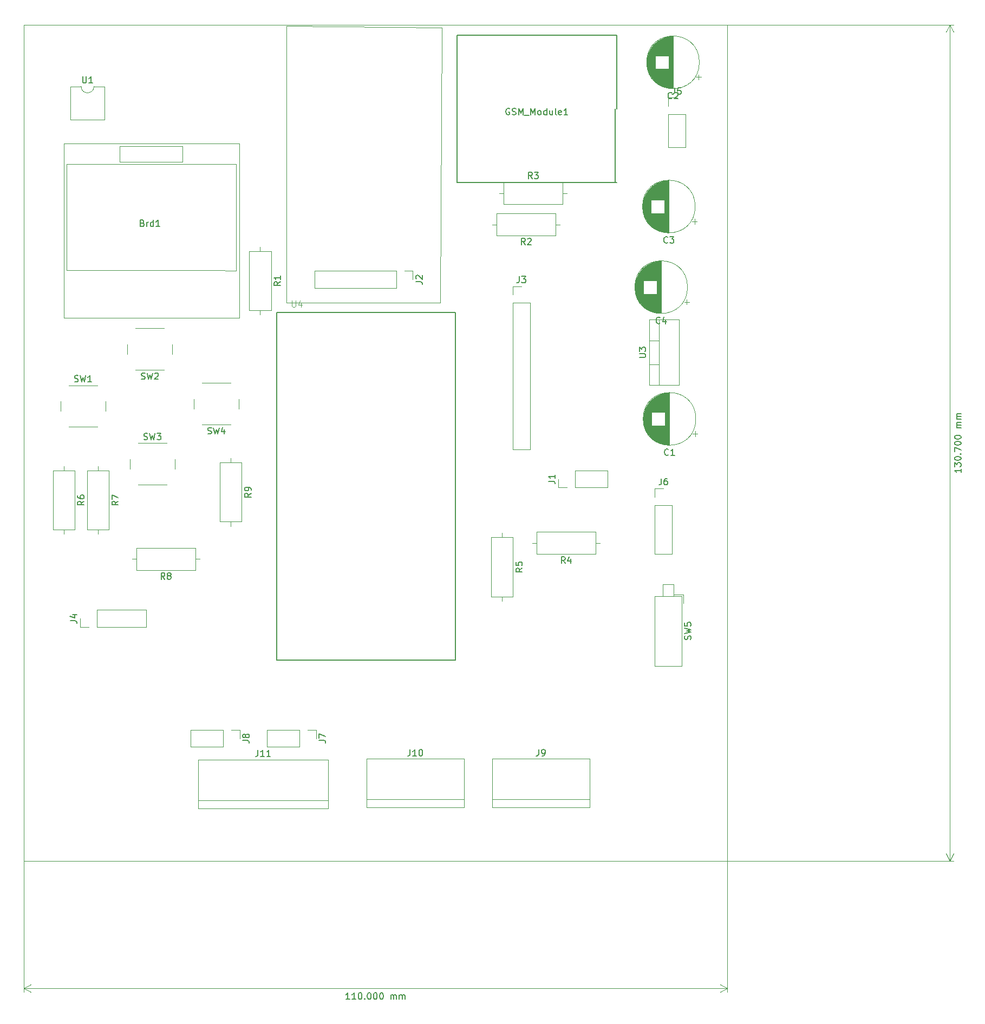
<source format=gbr>
G04 #@! TF.GenerationSoftware,KiCad,Pcbnew,(5.1.4)-1*
G04 #@! TF.CreationDate,2021-01-15T10:18:38-05:00*
G04 #@! TF.ProjectId,DATALITE,44415441-4c49-4544-952e-6b696361645f,rev?*
G04 #@! TF.SameCoordinates,Original*
G04 #@! TF.FileFunction,Legend,Top*
G04 #@! TF.FilePolarity,Positive*
%FSLAX46Y46*%
G04 Gerber Fmt 4.6, Leading zero omitted, Abs format (unit mm)*
G04 Created by KiCad (PCBNEW (5.1.4)-1) date 2021-01-15 10:18:38*
%MOMM*%
%LPD*%
G04 APERTURE LIST*
%ADD10C,0.120000*%
%ADD11C,0.150000*%
%ADD12C,0.127000*%
%ADD13C,0.015000*%
G04 APERTURE END LIST*
D10*
X41150000Y86550000D02*
X41150000Y129750000D01*
X65450000Y129550000D02*
X41150000Y129750000D01*
X65150000Y86550000D02*
X65450000Y129550000D01*
X41150000Y86550000D02*
X65150000Y86550000D01*
X50000Y-750000D02*
X50000Y129950000D01*
X110050000Y129950000D02*
X50000Y129950000D01*
X110050000Y129950000D02*
X110050000Y-750000D01*
D11*
X146572380Y60552380D02*
X146572380Y59980952D01*
X146572380Y60266666D02*
X145572380Y60266666D01*
X145715238Y60171428D01*
X145810476Y60076190D01*
X145858095Y59980952D01*
X145572380Y60885714D02*
X145572380Y61504761D01*
X145953333Y61171428D01*
X145953333Y61314285D01*
X146000952Y61409523D01*
X146048571Y61457142D01*
X146143809Y61504761D01*
X146381904Y61504761D01*
X146477142Y61457142D01*
X146524761Y61409523D01*
X146572380Y61314285D01*
X146572380Y61028571D01*
X146524761Y60933333D01*
X146477142Y60885714D01*
X145572380Y62123809D02*
X145572380Y62219047D01*
X145620000Y62314285D01*
X145667619Y62361904D01*
X145762857Y62409523D01*
X145953333Y62457142D01*
X146191428Y62457142D01*
X146381904Y62409523D01*
X146477142Y62361904D01*
X146524761Y62314285D01*
X146572380Y62219047D01*
X146572380Y62123809D01*
X146524761Y62028571D01*
X146477142Y61980952D01*
X146381904Y61933333D01*
X146191428Y61885714D01*
X145953333Y61885714D01*
X145762857Y61933333D01*
X145667619Y61980952D01*
X145620000Y62028571D01*
X145572380Y62123809D01*
X146477142Y62885714D02*
X146524761Y62933333D01*
X146572380Y62885714D01*
X146524761Y62838095D01*
X146477142Y62885714D01*
X146572380Y62885714D01*
X145572380Y63266666D02*
X145572380Y63933333D01*
X146572380Y63504761D01*
X145572380Y64504761D02*
X145572380Y64600000D01*
X145620000Y64695238D01*
X145667619Y64742857D01*
X145762857Y64790476D01*
X145953333Y64838095D01*
X146191428Y64838095D01*
X146381904Y64790476D01*
X146477142Y64742857D01*
X146524761Y64695238D01*
X146572380Y64600000D01*
X146572380Y64504761D01*
X146524761Y64409523D01*
X146477142Y64361904D01*
X146381904Y64314285D01*
X146191428Y64266666D01*
X145953333Y64266666D01*
X145762857Y64314285D01*
X145667619Y64361904D01*
X145620000Y64409523D01*
X145572380Y64504761D01*
X145572380Y65457142D02*
X145572380Y65552380D01*
X145620000Y65647619D01*
X145667619Y65695238D01*
X145762857Y65742857D01*
X145953333Y65790476D01*
X146191428Y65790476D01*
X146381904Y65742857D01*
X146477142Y65695238D01*
X146524761Y65647619D01*
X146572380Y65552380D01*
X146572380Y65457142D01*
X146524761Y65361904D01*
X146477142Y65314285D01*
X146381904Y65266666D01*
X146191428Y65219047D01*
X145953333Y65219047D01*
X145762857Y65266666D01*
X145667619Y65314285D01*
X145620000Y65361904D01*
X145572380Y65457142D01*
X146572380Y66980952D02*
X145905714Y66980952D01*
X146000952Y66980952D02*
X145953333Y67028571D01*
X145905714Y67123809D01*
X145905714Y67266666D01*
X145953333Y67361904D01*
X146048571Y67409523D01*
X146572380Y67409523D01*
X146048571Y67409523D02*
X145953333Y67457142D01*
X145905714Y67552380D01*
X145905714Y67695238D01*
X145953333Y67790476D01*
X146048571Y67838095D01*
X146572380Y67838095D01*
X146572380Y68314285D02*
X145905714Y68314285D01*
X146000952Y68314285D02*
X145953333Y68361904D01*
X145905714Y68457142D01*
X145905714Y68600000D01*
X145953333Y68695238D01*
X146048571Y68742857D01*
X146572380Y68742857D01*
X146048571Y68742857D02*
X145953333Y68790476D01*
X145905714Y68885714D01*
X145905714Y69028571D01*
X145953333Y69123809D01*
X146048571Y69171428D01*
X146572380Y69171428D01*
D10*
X144850000Y-750000D02*
X144850000Y129950000D01*
X110050000Y-750000D02*
X145436421Y-750000D01*
X110050000Y129950000D02*
X145436421Y129950000D01*
X144850000Y129950000D02*
X145436421Y128823496D01*
X144850000Y129950000D02*
X144263579Y128823496D01*
X144850000Y-750000D02*
X145436421Y376504D01*
X144850000Y-750000D02*
X144263579Y376504D01*
X50000Y-750000D02*
X110050000Y-750000D01*
D11*
X51002380Y-22372380D02*
X50430952Y-22372380D01*
X50716666Y-22372380D02*
X50716666Y-21372380D01*
X50621428Y-21515238D01*
X50526190Y-21610476D01*
X50430952Y-21658095D01*
X51954761Y-22372380D02*
X51383333Y-22372380D01*
X51669047Y-22372380D02*
X51669047Y-21372380D01*
X51573809Y-21515238D01*
X51478571Y-21610476D01*
X51383333Y-21658095D01*
X52573809Y-21372380D02*
X52669047Y-21372380D01*
X52764285Y-21420000D01*
X52811904Y-21467619D01*
X52859523Y-21562857D01*
X52907142Y-21753333D01*
X52907142Y-21991428D01*
X52859523Y-22181904D01*
X52811904Y-22277142D01*
X52764285Y-22324761D01*
X52669047Y-22372380D01*
X52573809Y-22372380D01*
X52478571Y-22324761D01*
X52430952Y-22277142D01*
X52383333Y-22181904D01*
X52335714Y-21991428D01*
X52335714Y-21753333D01*
X52383333Y-21562857D01*
X52430952Y-21467619D01*
X52478571Y-21420000D01*
X52573809Y-21372380D01*
X53335714Y-22277142D02*
X53383333Y-22324761D01*
X53335714Y-22372380D01*
X53288095Y-22324761D01*
X53335714Y-22277142D01*
X53335714Y-22372380D01*
X54002380Y-21372380D02*
X54097619Y-21372380D01*
X54192857Y-21420000D01*
X54240476Y-21467619D01*
X54288095Y-21562857D01*
X54335714Y-21753333D01*
X54335714Y-21991428D01*
X54288095Y-22181904D01*
X54240476Y-22277142D01*
X54192857Y-22324761D01*
X54097619Y-22372380D01*
X54002380Y-22372380D01*
X53907142Y-22324761D01*
X53859523Y-22277142D01*
X53811904Y-22181904D01*
X53764285Y-21991428D01*
X53764285Y-21753333D01*
X53811904Y-21562857D01*
X53859523Y-21467619D01*
X53907142Y-21420000D01*
X54002380Y-21372380D01*
X54954761Y-21372380D02*
X55049999Y-21372380D01*
X55145238Y-21420000D01*
X55192857Y-21467619D01*
X55240476Y-21562857D01*
X55288095Y-21753333D01*
X55288095Y-21991428D01*
X55240476Y-22181904D01*
X55192857Y-22277142D01*
X55145238Y-22324761D01*
X55049999Y-22372380D01*
X54954761Y-22372380D01*
X54859523Y-22324761D01*
X54811904Y-22277142D01*
X54764285Y-22181904D01*
X54716666Y-21991428D01*
X54716666Y-21753333D01*
X54764285Y-21562857D01*
X54811904Y-21467619D01*
X54859523Y-21420000D01*
X54954761Y-21372380D01*
X55907142Y-21372380D02*
X56002380Y-21372380D01*
X56097619Y-21420000D01*
X56145238Y-21467619D01*
X56192857Y-21562857D01*
X56240476Y-21753333D01*
X56240476Y-21991428D01*
X56192857Y-22181904D01*
X56145238Y-22277142D01*
X56097619Y-22324761D01*
X56002380Y-22372380D01*
X55907142Y-22372380D01*
X55811904Y-22324761D01*
X55764285Y-22277142D01*
X55716666Y-22181904D01*
X55669047Y-21991428D01*
X55669047Y-21753333D01*
X55716666Y-21562857D01*
X55764285Y-21467619D01*
X55811904Y-21420000D01*
X55907142Y-21372380D01*
X57430952Y-22372380D02*
X57430952Y-21705714D01*
X57430952Y-21800952D02*
X57478571Y-21753333D01*
X57573809Y-21705714D01*
X57716666Y-21705714D01*
X57811904Y-21753333D01*
X57859523Y-21848571D01*
X57859523Y-22372380D01*
X57859523Y-21848571D02*
X57907142Y-21753333D01*
X58002380Y-21705714D01*
X58145238Y-21705714D01*
X58240476Y-21753333D01*
X58288095Y-21848571D01*
X58288095Y-22372380D01*
X58764285Y-22372380D02*
X58764285Y-21705714D01*
X58764285Y-21800952D02*
X58811904Y-21753333D01*
X58907142Y-21705714D01*
X59050000Y-21705714D01*
X59145238Y-21753333D01*
X59192857Y-21848571D01*
X59192857Y-22372380D01*
X59192857Y-21848571D02*
X59240476Y-21753333D01*
X59335714Y-21705714D01*
X59478571Y-21705714D01*
X59573809Y-21753333D01*
X59621428Y-21848571D01*
X59621428Y-22372380D01*
D10*
X50000Y-20650000D02*
X110050000Y-20650000D01*
X50000Y-750000D02*
X50000Y-21236421D01*
X110050000Y-750000D02*
X110050000Y-21236421D01*
X110050000Y-20650000D02*
X108923496Y-21236421D01*
X110050000Y-20650000D02*
X108923496Y-20063579D01*
X50000Y-20650000D02*
X1176504Y-21236421D01*
X50000Y-20650000D02*
X1176504Y-20063579D01*
X27310000Y15060000D02*
X27310000Y7440000D01*
X47630000Y7440000D02*
X47630000Y15060000D01*
X47630000Y8710000D02*
X27310000Y8710000D01*
X27310000Y15060000D02*
X47630000Y15060000D01*
X27310000Y7440000D02*
X47630000Y7440000D01*
D12*
X39600000Y30600000D02*
X39600000Y85000000D01*
X39600000Y85000000D02*
X67500000Y85000000D01*
X67500000Y85000000D02*
X67500000Y30600000D01*
X67500000Y30600000D02*
X39600000Y30600000D01*
D10*
X105009698Y65635000D02*
X105009698Y66435000D01*
X105409698Y66035000D02*
X104609698Y66035000D01*
X96919000Y67817000D02*
X96919000Y68883000D01*
X96959000Y67582000D02*
X96959000Y69118000D01*
X96999000Y67402000D02*
X96999000Y69298000D01*
X97039000Y67252000D02*
X97039000Y69448000D01*
X97079000Y67121000D02*
X97079000Y69579000D01*
X97119000Y67004000D02*
X97119000Y69696000D01*
X97159000Y66897000D02*
X97159000Y69803000D01*
X97199000Y66798000D02*
X97199000Y69902000D01*
X97239000Y66705000D02*
X97239000Y69995000D01*
X97279000Y66619000D02*
X97279000Y70081000D01*
X97319000Y66537000D02*
X97319000Y70163000D01*
X97359000Y66460000D02*
X97359000Y70240000D01*
X97399000Y66386000D02*
X97399000Y70314000D01*
X97439000Y66316000D02*
X97439000Y70384000D01*
X97479000Y66248000D02*
X97479000Y70452000D01*
X97519000Y66184000D02*
X97519000Y70516000D01*
X97559000Y66122000D02*
X97559000Y70578000D01*
X97599000Y66063000D02*
X97599000Y70637000D01*
X97639000Y66005000D02*
X97639000Y70695000D01*
X97679000Y65950000D02*
X97679000Y70750000D01*
X97719000Y65896000D02*
X97719000Y70804000D01*
X97759000Y65845000D02*
X97759000Y70855000D01*
X97799000Y65794000D02*
X97799000Y70906000D01*
X97839000Y65746000D02*
X97839000Y70954000D01*
X97879000Y65699000D02*
X97879000Y71001000D01*
X97919000Y65653000D02*
X97919000Y71047000D01*
X97959000Y65609000D02*
X97959000Y71091000D01*
X97999000Y65566000D02*
X97999000Y71134000D01*
X98039000Y65524000D02*
X98039000Y71176000D01*
X98079000Y65483000D02*
X98079000Y71217000D01*
X98119000Y65443000D02*
X98119000Y71257000D01*
X98159000Y65405000D02*
X98159000Y71295000D01*
X98199000Y65367000D02*
X98199000Y71333000D01*
X98239000Y69390000D02*
X98239000Y71369000D01*
X98239000Y65331000D02*
X98239000Y67310000D01*
X98279000Y69390000D02*
X98279000Y71405000D01*
X98279000Y65295000D02*
X98279000Y67310000D01*
X98319000Y69390000D02*
X98319000Y71440000D01*
X98319000Y65260000D02*
X98319000Y67310000D01*
X98359000Y69390000D02*
X98359000Y71474000D01*
X98359000Y65226000D02*
X98359000Y67310000D01*
X98399000Y69390000D02*
X98399000Y71506000D01*
X98399000Y65194000D02*
X98399000Y67310000D01*
X98439000Y69390000D02*
X98439000Y71539000D01*
X98439000Y65161000D02*
X98439000Y67310000D01*
X98479000Y69390000D02*
X98479000Y71570000D01*
X98479000Y65130000D02*
X98479000Y67310000D01*
X98519000Y69390000D02*
X98519000Y71600000D01*
X98519000Y65100000D02*
X98519000Y67310000D01*
X98559000Y69390000D02*
X98559000Y71630000D01*
X98559000Y65070000D02*
X98559000Y67310000D01*
X98599000Y69390000D02*
X98599000Y71659000D01*
X98599000Y65041000D02*
X98599000Y67310000D01*
X98639000Y69390000D02*
X98639000Y71688000D01*
X98639000Y65012000D02*
X98639000Y67310000D01*
X98679000Y69390000D02*
X98679000Y71715000D01*
X98679000Y64985000D02*
X98679000Y67310000D01*
X98719000Y69390000D02*
X98719000Y71742000D01*
X98719000Y64958000D02*
X98719000Y67310000D01*
X98759000Y69390000D02*
X98759000Y71768000D01*
X98759000Y64932000D02*
X98759000Y67310000D01*
X98799000Y69390000D02*
X98799000Y71794000D01*
X98799000Y64906000D02*
X98799000Y67310000D01*
X98839000Y69390000D02*
X98839000Y71819000D01*
X98839000Y64881000D02*
X98839000Y67310000D01*
X98879000Y69390000D02*
X98879000Y71843000D01*
X98879000Y64857000D02*
X98879000Y67310000D01*
X98919000Y69390000D02*
X98919000Y71867000D01*
X98919000Y64833000D02*
X98919000Y67310000D01*
X98959000Y69390000D02*
X98959000Y71890000D01*
X98959000Y64810000D02*
X98959000Y67310000D01*
X98999000Y69390000D02*
X98999000Y71912000D01*
X98999000Y64788000D02*
X98999000Y67310000D01*
X99039000Y69390000D02*
X99039000Y71934000D01*
X99039000Y64766000D02*
X99039000Y67310000D01*
X99079000Y69390000D02*
X99079000Y71956000D01*
X99079000Y64744000D02*
X99079000Y67310000D01*
X99119000Y69390000D02*
X99119000Y71977000D01*
X99119000Y64723000D02*
X99119000Y67310000D01*
X99159000Y69390000D02*
X99159000Y71997000D01*
X99159000Y64703000D02*
X99159000Y67310000D01*
X99199000Y69390000D02*
X99199000Y72016000D01*
X99199000Y64684000D02*
X99199000Y67310000D01*
X99239000Y69390000D02*
X99239000Y72036000D01*
X99239000Y64664000D02*
X99239000Y67310000D01*
X99279000Y69390000D02*
X99279000Y72054000D01*
X99279000Y64646000D02*
X99279000Y67310000D01*
X99319000Y69390000D02*
X99319000Y72072000D01*
X99319000Y64628000D02*
X99319000Y67310000D01*
X99359000Y69390000D02*
X99359000Y72090000D01*
X99359000Y64610000D02*
X99359000Y67310000D01*
X99399000Y69390000D02*
X99399000Y72107000D01*
X99399000Y64593000D02*
X99399000Y67310000D01*
X99439000Y69390000D02*
X99439000Y72124000D01*
X99439000Y64576000D02*
X99439000Y67310000D01*
X99479000Y69390000D02*
X99479000Y72140000D01*
X99479000Y64560000D02*
X99479000Y67310000D01*
X99519000Y69390000D02*
X99519000Y72155000D01*
X99519000Y64545000D02*
X99519000Y67310000D01*
X99559000Y69390000D02*
X99559000Y72171000D01*
X99559000Y64529000D02*
X99559000Y67310000D01*
X99599000Y69390000D02*
X99599000Y72185000D01*
X99599000Y64515000D02*
X99599000Y67310000D01*
X99639000Y69390000D02*
X99639000Y72200000D01*
X99639000Y64500000D02*
X99639000Y67310000D01*
X99679000Y69390000D02*
X99679000Y72213000D01*
X99679000Y64487000D02*
X99679000Y67310000D01*
X99719000Y69390000D02*
X99719000Y72227000D01*
X99719000Y64473000D02*
X99719000Y67310000D01*
X99759000Y69390000D02*
X99759000Y72239000D01*
X99759000Y64461000D02*
X99759000Y67310000D01*
X99799000Y69390000D02*
X99799000Y72252000D01*
X99799000Y64448000D02*
X99799000Y67310000D01*
X99839000Y69390000D02*
X99839000Y72264000D01*
X99839000Y64436000D02*
X99839000Y67310000D01*
X99879000Y69390000D02*
X99879000Y72275000D01*
X99879000Y64425000D02*
X99879000Y67310000D01*
X99919000Y69390000D02*
X99919000Y72286000D01*
X99919000Y64414000D02*
X99919000Y67310000D01*
X99959000Y69390000D02*
X99959000Y72297000D01*
X99959000Y64403000D02*
X99959000Y67310000D01*
X99999000Y69390000D02*
X99999000Y72307000D01*
X99999000Y64393000D02*
X99999000Y67310000D01*
X100039000Y69390000D02*
X100039000Y72317000D01*
X100039000Y64383000D02*
X100039000Y67310000D01*
X100079000Y69390000D02*
X100079000Y72326000D01*
X100079000Y64374000D02*
X100079000Y67310000D01*
X100119000Y69390000D02*
X100119000Y72335000D01*
X100119000Y64365000D02*
X100119000Y67310000D01*
X100159000Y69390000D02*
X100159000Y72344000D01*
X100159000Y64356000D02*
X100159000Y67310000D01*
X100199000Y69390000D02*
X100199000Y72352000D01*
X100199000Y64348000D02*
X100199000Y67310000D01*
X100239000Y69390000D02*
X100239000Y72360000D01*
X100239000Y64340000D02*
X100239000Y67310000D01*
X100279000Y69390000D02*
X100279000Y72367000D01*
X100279000Y64333000D02*
X100279000Y67310000D01*
X100320000Y64326000D02*
X100320000Y72374000D01*
X100360000Y64320000D02*
X100360000Y72380000D01*
X100400000Y64313000D02*
X100400000Y72387000D01*
X100440000Y64308000D02*
X100440000Y72392000D01*
X100480000Y64302000D02*
X100480000Y72398000D01*
X100520000Y64298000D02*
X100520000Y72402000D01*
X100560000Y64293000D02*
X100560000Y72407000D01*
X100600000Y64289000D02*
X100600000Y72411000D01*
X100640000Y64285000D02*
X100640000Y72415000D01*
X100680000Y64282000D02*
X100680000Y72418000D01*
X100720000Y64279000D02*
X100720000Y72421000D01*
X100760000Y64276000D02*
X100760000Y72424000D01*
X100800000Y64274000D02*
X100800000Y72426000D01*
X100840000Y64273000D02*
X100840000Y72427000D01*
X100880000Y64271000D02*
X100880000Y72429000D01*
X100920000Y64270000D02*
X100920000Y72430000D01*
X100960000Y64270000D02*
X100960000Y72430000D01*
X101000000Y64270000D02*
X101000000Y72430000D01*
X105120000Y68350000D02*
G75*
G03X105120000Y68350000I-4120000J0D01*
G01*
X105670000Y124100000D02*
G75*
G03X105670000Y124100000I-4120000J0D01*
G01*
X101550000Y120020000D02*
X101550000Y128180000D01*
X101510000Y120020000D02*
X101510000Y128180000D01*
X101470000Y120020000D02*
X101470000Y128180000D01*
X101430000Y120021000D02*
X101430000Y128179000D01*
X101390000Y120023000D02*
X101390000Y128177000D01*
X101350000Y120024000D02*
X101350000Y128176000D01*
X101310000Y120026000D02*
X101310000Y128174000D01*
X101270000Y120029000D02*
X101270000Y128171000D01*
X101230000Y120032000D02*
X101230000Y128168000D01*
X101190000Y120035000D02*
X101190000Y128165000D01*
X101150000Y120039000D02*
X101150000Y128161000D01*
X101110000Y120043000D02*
X101110000Y128157000D01*
X101070000Y120048000D02*
X101070000Y128152000D01*
X101030000Y120052000D02*
X101030000Y128148000D01*
X100990000Y120058000D02*
X100990000Y128142000D01*
X100950000Y120063000D02*
X100950000Y128137000D01*
X100910000Y120070000D02*
X100910000Y128130000D01*
X100870000Y120076000D02*
X100870000Y128124000D01*
X100829000Y120083000D02*
X100829000Y123060000D01*
X100829000Y125140000D02*
X100829000Y128117000D01*
X100789000Y120090000D02*
X100789000Y123060000D01*
X100789000Y125140000D02*
X100789000Y128110000D01*
X100749000Y120098000D02*
X100749000Y123060000D01*
X100749000Y125140000D02*
X100749000Y128102000D01*
X100709000Y120106000D02*
X100709000Y123060000D01*
X100709000Y125140000D02*
X100709000Y128094000D01*
X100669000Y120115000D02*
X100669000Y123060000D01*
X100669000Y125140000D02*
X100669000Y128085000D01*
X100629000Y120124000D02*
X100629000Y123060000D01*
X100629000Y125140000D02*
X100629000Y128076000D01*
X100589000Y120133000D02*
X100589000Y123060000D01*
X100589000Y125140000D02*
X100589000Y128067000D01*
X100549000Y120143000D02*
X100549000Y123060000D01*
X100549000Y125140000D02*
X100549000Y128057000D01*
X100509000Y120153000D02*
X100509000Y123060000D01*
X100509000Y125140000D02*
X100509000Y128047000D01*
X100469000Y120164000D02*
X100469000Y123060000D01*
X100469000Y125140000D02*
X100469000Y128036000D01*
X100429000Y120175000D02*
X100429000Y123060000D01*
X100429000Y125140000D02*
X100429000Y128025000D01*
X100389000Y120186000D02*
X100389000Y123060000D01*
X100389000Y125140000D02*
X100389000Y128014000D01*
X100349000Y120198000D02*
X100349000Y123060000D01*
X100349000Y125140000D02*
X100349000Y128002000D01*
X100309000Y120211000D02*
X100309000Y123060000D01*
X100309000Y125140000D02*
X100309000Y127989000D01*
X100269000Y120223000D02*
X100269000Y123060000D01*
X100269000Y125140000D02*
X100269000Y127977000D01*
X100229000Y120237000D02*
X100229000Y123060000D01*
X100229000Y125140000D02*
X100229000Y127963000D01*
X100189000Y120250000D02*
X100189000Y123060000D01*
X100189000Y125140000D02*
X100189000Y127950000D01*
X100149000Y120265000D02*
X100149000Y123060000D01*
X100149000Y125140000D02*
X100149000Y127935000D01*
X100109000Y120279000D02*
X100109000Y123060000D01*
X100109000Y125140000D02*
X100109000Y127921000D01*
X100069000Y120295000D02*
X100069000Y123060000D01*
X100069000Y125140000D02*
X100069000Y127905000D01*
X100029000Y120310000D02*
X100029000Y123060000D01*
X100029000Y125140000D02*
X100029000Y127890000D01*
X99989000Y120326000D02*
X99989000Y123060000D01*
X99989000Y125140000D02*
X99989000Y127874000D01*
X99949000Y120343000D02*
X99949000Y123060000D01*
X99949000Y125140000D02*
X99949000Y127857000D01*
X99909000Y120360000D02*
X99909000Y123060000D01*
X99909000Y125140000D02*
X99909000Y127840000D01*
X99869000Y120378000D02*
X99869000Y123060000D01*
X99869000Y125140000D02*
X99869000Y127822000D01*
X99829000Y120396000D02*
X99829000Y123060000D01*
X99829000Y125140000D02*
X99829000Y127804000D01*
X99789000Y120414000D02*
X99789000Y123060000D01*
X99789000Y125140000D02*
X99789000Y127786000D01*
X99749000Y120434000D02*
X99749000Y123060000D01*
X99749000Y125140000D02*
X99749000Y127766000D01*
X99709000Y120453000D02*
X99709000Y123060000D01*
X99709000Y125140000D02*
X99709000Y127747000D01*
X99669000Y120473000D02*
X99669000Y123060000D01*
X99669000Y125140000D02*
X99669000Y127727000D01*
X99629000Y120494000D02*
X99629000Y123060000D01*
X99629000Y125140000D02*
X99629000Y127706000D01*
X99589000Y120516000D02*
X99589000Y123060000D01*
X99589000Y125140000D02*
X99589000Y127684000D01*
X99549000Y120538000D02*
X99549000Y123060000D01*
X99549000Y125140000D02*
X99549000Y127662000D01*
X99509000Y120560000D02*
X99509000Y123060000D01*
X99509000Y125140000D02*
X99509000Y127640000D01*
X99469000Y120583000D02*
X99469000Y123060000D01*
X99469000Y125140000D02*
X99469000Y127617000D01*
X99429000Y120607000D02*
X99429000Y123060000D01*
X99429000Y125140000D02*
X99429000Y127593000D01*
X99389000Y120631000D02*
X99389000Y123060000D01*
X99389000Y125140000D02*
X99389000Y127569000D01*
X99349000Y120656000D02*
X99349000Y123060000D01*
X99349000Y125140000D02*
X99349000Y127544000D01*
X99309000Y120682000D02*
X99309000Y123060000D01*
X99309000Y125140000D02*
X99309000Y127518000D01*
X99269000Y120708000D02*
X99269000Y123060000D01*
X99269000Y125140000D02*
X99269000Y127492000D01*
X99229000Y120735000D02*
X99229000Y123060000D01*
X99229000Y125140000D02*
X99229000Y127465000D01*
X99189000Y120762000D02*
X99189000Y123060000D01*
X99189000Y125140000D02*
X99189000Y127438000D01*
X99149000Y120791000D02*
X99149000Y123060000D01*
X99149000Y125140000D02*
X99149000Y127409000D01*
X99109000Y120820000D02*
X99109000Y123060000D01*
X99109000Y125140000D02*
X99109000Y127380000D01*
X99069000Y120850000D02*
X99069000Y123060000D01*
X99069000Y125140000D02*
X99069000Y127350000D01*
X99029000Y120880000D02*
X99029000Y123060000D01*
X99029000Y125140000D02*
X99029000Y127320000D01*
X98989000Y120911000D02*
X98989000Y123060000D01*
X98989000Y125140000D02*
X98989000Y127289000D01*
X98949000Y120944000D02*
X98949000Y123060000D01*
X98949000Y125140000D02*
X98949000Y127256000D01*
X98909000Y120976000D02*
X98909000Y123060000D01*
X98909000Y125140000D02*
X98909000Y127224000D01*
X98869000Y121010000D02*
X98869000Y123060000D01*
X98869000Y125140000D02*
X98869000Y127190000D01*
X98829000Y121045000D02*
X98829000Y123060000D01*
X98829000Y125140000D02*
X98829000Y127155000D01*
X98789000Y121081000D02*
X98789000Y123060000D01*
X98789000Y125140000D02*
X98789000Y127119000D01*
X98749000Y121117000D02*
X98749000Y127083000D01*
X98709000Y121155000D02*
X98709000Y127045000D01*
X98669000Y121193000D02*
X98669000Y127007000D01*
X98629000Y121233000D02*
X98629000Y126967000D01*
X98589000Y121274000D02*
X98589000Y126926000D01*
X98549000Y121316000D02*
X98549000Y126884000D01*
X98509000Y121359000D02*
X98509000Y126841000D01*
X98469000Y121403000D02*
X98469000Y126797000D01*
X98429000Y121449000D02*
X98429000Y126751000D01*
X98389000Y121496000D02*
X98389000Y126704000D01*
X98349000Y121544000D02*
X98349000Y126656000D01*
X98309000Y121595000D02*
X98309000Y126605000D01*
X98269000Y121646000D02*
X98269000Y126554000D01*
X98229000Y121700000D02*
X98229000Y126500000D01*
X98189000Y121755000D02*
X98189000Y126445000D01*
X98149000Y121813000D02*
X98149000Y126387000D01*
X98109000Y121872000D02*
X98109000Y126328000D01*
X98069000Y121934000D02*
X98069000Y126266000D01*
X98029000Y121998000D02*
X98029000Y126202000D01*
X97989000Y122066000D02*
X97989000Y126134000D01*
X97949000Y122136000D02*
X97949000Y126064000D01*
X97909000Y122210000D02*
X97909000Y125990000D01*
X97869000Y122287000D02*
X97869000Y125913000D01*
X97829000Y122369000D02*
X97829000Y125831000D01*
X97789000Y122455000D02*
X97789000Y125745000D01*
X97749000Y122548000D02*
X97749000Y125652000D01*
X97709000Y122647000D02*
X97709000Y125553000D01*
X97669000Y122754000D02*
X97669000Y125446000D01*
X97629000Y122871000D02*
X97629000Y125329000D01*
X97589000Y123002000D02*
X97589000Y125198000D01*
X97549000Y123152000D02*
X97549000Y125048000D01*
X97509000Y123332000D02*
X97509000Y124868000D01*
X97469000Y123567000D02*
X97469000Y124633000D01*
X105959698Y121785000D02*
X105159698Y121785000D01*
X105559698Y121385000D02*
X105559698Y122185000D01*
X105020000Y101550000D02*
G75*
G03X105020000Y101550000I-4120000J0D01*
G01*
X100900000Y97470000D02*
X100900000Y105630000D01*
X100860000Y97470000D02*
X100860000Y105630000D01*
X100820000Y97470000D02*
X100820000Y105630000D01*
X100780000Y97471000D02*
X100780000Y105629000D01*
X100740000Y97473000D02*
X100740000Y105627000D01*
X100700000Y97474000D02*
X100700000Y105626000D01*
X100660000Y97476000D02*
X100660000Y105624000D01*
X100620000Y97479000D02*
X100620000Y105621000D01*
X100580000Y97482000D02*
X100580000Y105618000D01*
X100540000Y97485000D02*
X100540000Y105615000D01*
X100500000Y97489000D02*
X100500000Y105611000D01*
X100460000Y97493000D02*
X100460000Y105607000D01*
X100420000Y97498000D02*
X100420000Y105602000D01*
X100380000Y97502000D02*
X100380000Y105598000D01*
X100340000Y97508000D02*
X100340000Y105592000D01*
X100300000Y97513000D02*
X100300000Y105587000D01*
X100260000Y97520000D02*
X100260000Y105580000D01*
X100220000Y97526000D02*
X100220000Y105574000D01*
X100179000Y97533000D02*
X100179000Y100510000D01*
X100179000Y102590000D02*
X100179000Y105567000D01*
X100139000Y97540000D02*
X100139000Y100510000D01*
X100139000Y102590000D02*
X100139000Y105560000D01*
X100099000Y97548000D02*
X100099000Y100510000D01*
X100099000Y102590000D02*
X100099000Y105552000D01*
X100059000Y97556000D02*
X100059000Y100510000D01*
X100059000Y102590000D02*
X100059000Y105544000D01*
X100019000Y97565000D02*
X100019000Y100510000D01*
X100019000Y102590000D02*
X100019000Y105535000D01*
X99979000Y97574000D02*
X99979000Y100510000D01*
X99979000Y102590000D02*
X99979000Y105526000D01*
X99939000Y97583000D02*
X99939000Y100510000D01*
X99939000Y102590000D02*
X99939000Y105517000D01*
X99899000Y97593000D02*
X99899000Y100510000D01*
X99899000Y102590000D02*
X99899000Y105507000D01*
X99859000Y97603000D02*
X99859000Y100510000D01*
X99859000Y102590000D02*
X99859000Y105497000D01*
X99819000Y97614000D02*
X99819000Y100510000D01*
X99819000Y102590000D02*
X99819000Y105486000D01*
X99779000Y97625000D02*
X99779000Y100510000D01*
X99779000Y102590000D02*
X99779000Y105475000D01*
X99739000Y97636000D02*
X99739000Y100510000D01*
X99739000Y102590000D02*
X99739000Y105464000D01*
X99699000Y97648000D02*
X99699000Y100510000D01*
X99699000Y102590000D02*
X99699000Y105452000D01*
X99659000Y97661000D02*
X99659000Y100510000D01*
X99659000Y102590000D02*
X99659000Y105439000D01*
X99619000Y97673000D02*
X99619000Y100510000D01*
X99619000Y102590000D02*
X99619000Y105427000D01*
X99579000Y97687000D02*
X99579000Y100510000D01*
X99579000Y102590000D02*
X99579000Y105413000D01*
X99539000Y97700000D02*
X99539000Y100510000D01*
X99539000Y102590000D02*
X99539000Y105400000D01*
X99499000Y97715000D02*
X99499000Y100510000D01*
X99499000Y102590000D02*
X99499000Y105385000D01*
X99459000Y97729000D02*
X99459000Y100510000D01*
X99459000Y102590000D02*
X99459000Y105371000D01*
X99419000Y97745000D02*
X99419000Y100510000D01*
X99419000Y102590000D02*
X99419000Y105355000D01*
X99379000Y97760000D02*
X99379000Y100510000D01*
X99379000Y102590000D02*
X99379000Y105340000D01*
X99339000Y97776000D02*
X99339000Y100510000D01*
X99339000Y102590000D02*
X99339000Y105324000D01*
X99299000Y97793000D02*
X99299000Y100510000D01*
X99299000Y102590000D02*
X99299000Y105307000D01*
X99259000Y97810000D02*
X99259000Y100510000D01*
X99259000Y102590000D02*
X99259000Y105290000D01*
X99219000Y97828000D02*
X99219000Y100510000D01*
X99219000Y102590000D02*
X99219000Y105272000D01*
X99179000Y97846000D02*
X99179000Y100510000D01*
X99179000Y102590000D02*
X99179000Y105254000D01*
X99139000Y97864000D02*
X99139000Y100510000D01*
X99139000Y102590000D02*
X99139000Y105236000D01*
X99099000Y97884000D02*
X99099000Y100510000D01*
X99099000Y102590000D02*
X99099000Y105216000D01*
X99059000Y97903000D02*
X99059000Y100510000D01*
X99059000Y102590000D02*
X99059000Y105197000D01*
X99019000Y97923000D02*
X99019000Y100510000D01*
X99019000Y102590000D02*
X99019000Y105177000D01*
X98979000Y97944000D02*
X98979000Y100510000D01*
X98979000Y102590000D02*
X98979000Y105156000D01*
X98939000Y97966000D02*
X98939000Y100510000D01*
X98939000Y102590000D02*
X98939000Y105134000D01*
X98899000Y97988000D02*
X98899000Y100510000D01*
X98899000Y102590000D02*
X98899000Y105112000D01*
X98859000Y98010000D02*
X98859000Y100510000D01*
X98859000Y102590000D02*
X98859000Y105090000D01*
X98819000Y98033000D02*
X98819000Y100510000D01*
X98819000Y102590000D02*
X98819000Y105067000D01*
X98779000Y98057000D02*
X98779000Y100510000D01*
X98779000Y102590000D02*
X98779000Y105043000D01*
X98739000Y98081000D02*
X98739000Y100510000D01*
X98739000Y102590000D02*
X98739000Y105019000D01*
X98699000Y98106000D02*
X98699000Y100510000D01*
X98699000Y102590000D02*
X98699000Y104994000D01*
X98659000Y98132000D02*
X98659000Y100510000D01*
X98659000Y102590000D02*
X98659000Y104968000D01*
X98619000Y98158000D02*
X98619000Y100510000D01*
X98619000Y102590000D02*
X98619000Y104942000D01*
X98579000Y98185000D02*
X98579000Y100510000D01*
X98579000Y102590000D02*
X98579000Y104915000D01*
X98539000Y98212000D02*
X98539000Y100510000D01*
X98539000Y102590000D02*
X98539000Y104888000D01*
X98499000Y98241000D02*
X98499000Y100510000D01*
X98499000Y102590000D02*
X98499000Y104859000D01*
X98459000Y98270000D02*
X98459000Y100510000D01*
X98459000Y102590000D02*
X98459000Y104830000D01*
X98419000Y98300000D02*
X98419000Y100510000D01*
X98419000Y102590000D02*
X98419000Y104800000D01*
X98379000Y98330000D02*
X98379000Y100510000D01*
X98379000Y102590000D02*
X98379000Y104770000D01*
X98339000Y98361000D02*
X98339000Y100510000D01*
X98339000Y102590000D02*
X98339000Y104739000D01*
X98299000Y98394000D02*
X98299000Y100510000D01*
X98299000Y102590000D02*
X98299000Y104706000D01*
X98259000Y98426000D02*
X98259000Y100510000D01*
X98259000Y102590000D02*
X98259000Y104674000D01*
X98219000Y98460000D02*
X98219000Y100510000D01*
X98219000Y102590000D02*
X98219000Y104640000D01*
X98179000Y98495000D02*
X98179000Y100510000D01*
X98179000Y102590000D02*
X98179000Y104605000D01*
X98139000Y98531000D02*
X98139000Y100510000D01*
X98139000Y102590000D02*
X98139000Y104569000D01*
X98099000Y98567000D02*
X98099000Y104533000D01*
X98059000Y98605000D02*
X98059000Y104495000D01*
X98019000Y98643000D02*
X98019000Y104457000D01*
X97979000Y98683000D02*
X97979000Y104417000D01*
X97939000Y98724000D02*
X97939000Y104376000D01*
X97899000Y98766000D02*
X97899000Y104334000D01*
X97859000Y98809000D02*
X97859000Y104291000D01*
X97819000Y98853000D02*
X97819000Y104247000D01*
X97779000Y98899000D02*
X97779000Y104201000D01*
X97739000Y98946000D02*
X97739000Y104154000D01*
X97699000Y98994000D02*
X97699000Y104106000D01*
X97659000Y99045000D02*
X97659000Y104055000D01*
X97619000Y99096000D02*
X97619000Y104004000D01*
X97579000Y99150000D02*
X97579000Y103950000D01*
X97539000Y99205000D02*
X97539000Y103895000D01*
X97499000Y99263000D02*
X97499000Y103837000D01*
X97459000Y99322000D02*
X97459000Y103778000D01*
X97419000Y99384000D02*
X97419000Y103716000D01*
X97379000Y99448000D02*
X97379000Y103652000D01*
X97339000Y99516000D02*
X97339000Y103584000D01*
X97299000Y99586000D02*
X97299000Y103514000D01*
X97259000Y99660000D02*
X97259000Y103440000D01*
X97219000Y99737000D02*
X97219000Y103363000D01*
X97179000Y99819000D02*
X97179000Y103281000D01*
X97139000Y99905000D02*
X97139000Y103195000D01*
X97099000Y99998000D02*
X97099000Y103102000D01*
X97059000Y100097000D02*
X97059000Y103003000D01*
X97019000Y100204000D02*
X97019000Y102896000D01*
X96979000Y100321000D02*
X96979000Y102779000D01*
X96939000Y100452000D02*
X96939000Y102648000D01*
X96899000Y100602000D02*
X96899000Y102498000D01*
X96859000Y100782000D02*
X96859000Y102318000D01*
X96819000Y101017000D02*
X96819000Y102083000D01*
X105309698Y99235000D02*
X104509698Y99235000D01*
X104909698Y98835000D02*
X104909698Y99635000D01*
X103709698Y86235000D02*
X103709698Y87035000D01*
X104109698Y86635000D02*
X103309698Y86635000D01*
X95619000Y88417000D02*
X95619000Y89483000D01*
X95659000Y88182000D02*
X95659000Y89718000D01*
X95699000Y88002000D02*
X95699000Y89898000D01*
X95739000Y87852000D02*
X95739000Y90048000D01*
X95779000Y87721000D02*
X95779000Y90179000D01*
X95819000Y87604000D02*
X95819000Y90296000D01*
X95859000Y87497000D02*
X95859000Y90403000D01*
X95899000Y87398000D02*
X95899000Y90502000D01*
X95939000Y87305000D02*
X95939000Y90595000D01*
X95979000Y87219000D02*
X95979000Y90681000D01*
X96019000Y87137000D02*
X96019000Y90763000D01*
X96059000Y87060000D02*
X96059000Y90840000D01*
X96099000Y86986000D02*
X96099000Y90914000D01*
X96139000Y86916000D02*
X96139000Y90984000D01*
X96179000Y86848000D02*
X96179000Y91052000D01*
X96219000Y86784000D02*
X96219000Y91116000D01*
X96259000Y86722000D02*
X96259000Y91178000D01*
X96299000Y86663000D02*
X96299000Y91237000D01*
X96339000Y86605000D02*
X96339000Y91295000D01*
X96379000Y86550000D02*
X96379000Y91350000D01*
X96419000Y86496000D02*
X96419000Y91404000D01*
X96459000Y86445000D02*
X96459000Y91455000D01*
X96499000Y86394000D02*
X96499000Y91506000D01*
X96539000Y86346000D02*
X96539000Y91554000D01*
X96579000Y86299000D02*
X96579000Y91601000D01*
X96619000Y86253000D02*
X96619000Y91647000D01*
X96659000Y86209000D02*
X96659000Y91691000D01*
X96699000Y86166000D02*
X96699000Y91734000D01*
X96739000Y86124000D02*
X96739000Y91776000D01*
X96779000Y86083000D02*
X96779000Y91817000D01*
X96819000Y86043000D02*
X96819000Y91857000D01*
X96859000Y86005000D02*
X96859000Y91895000D01*
X96899000Y85967000D02*
X96899000Y91933000D01*
X96939000Y89990000D02*
X96939000Y91969000D01*
X96939000Y85931000D02*
X96939000Y87910000D01*
X96979000Y89990000D02*
X96979000Y92005000D01*
X96979000Y85895000D02*
X96979000Y87910000D01*
X97019000Y89990000D02*
X97019000Y92040000D01*
X97019000Y85860000D02*
X97019000Y87910000D01*
X97059000Y89990000D02*
X97059000Y92074000D01*
X97059000Y85826000D02*
X97059000Y87910000D01*
X97099000Y89990000D02*
X97099000Y92106000D01*
X97099000Y85794000D02*
X97099000Y87910000D01*
X97139000Y89990000D02*
X97139000Y92139000D01*
X97139000Y85761000D02*
X97139000Y87910000D01*
X97179000Y89990000D02*
X97179000Y92170000D01*
X97179000Y85730000D02*
X97179000Y87910000D01*
X97219000Y89990000D02*
X97219000Y92200000D01*
X97219000Y85700000D02*
X97219000Y87910000D01*
X97259000Y89990000D02*
X97259000Y92230000D01*
X97259000Y85670000D02*
X97259000Y87910000D01*
X97299000Y89990000D02*
X97299000Y92259000D01*
X97299000Y85641000D02*
X97299000Y87910000D01*
X97339000Y89990000D02*
X97339000Y92288000D01*
X97339000Y85612000D02*
X97339000Y87910000D01*
X97379000Y89990000D02*
X97379000Y92315000D01*
X97379000Y85585000D02*
X97379000Y87910000D01*
X97419000Y89990000D02*
X97419000Y92342000D01*
X97419000Y85558000D02*
X97419000Y87910000D01*
X97459000Y89990000D02*
X97459000Y92368000D01*
X97459000Y85532000D02*
X97459000Y87910000D01*
X97499000Y89990000D02*
X97499000Y92394000D01*
X97499000Y85506000D02*
X97499000Y87910000D01*
X97539000Y89990000D02*
X97539000Y92419000D01*
X97539000Y85481000D02*
X97539000Y87910000D01*
X97579000Y89990000D02*
X97579000Y92443000D01*
X97579000Y85457000D02*
X97579000Y87910000D01*
X97619000Y89990000D02*
X97619000Y92467000D01*
X97619000Y85433000D02*
X97619000Y87910000D01*
X97659000Y89990000D02*
X97659000Y92490000D01*
X97659000Y85410000D02*
X97659000Y87910000D01*
X97699000Y89990000D02*
X97699000Y92512000D01*
X97699000Y85388000D02*
X97699000Y87910000D01*
X97739000Y89990000D02*
X97739000Y92534000D01*
X97739000Y85366000D02*
X97739000Y87910000D01*
X97779000Y89990000D02*
X97779000Y92556000D01*
X97779000Y85344000D02*
X97779000Y87910000D01*
X97819000Y89990000D02*
X97819000Y92577000D01*
X97819000Y85323000D02*
X97819000Y87910000D01*
X97859000Y89990000D02*
X97859000Y92597000D01*
X97859000Y85303000D02*
X97859000Y87910000D01*
X97899000Y89990000D02*
X97899000Y92616000D01*
X97899000Y85284000D02*
X97899000Y87910000D01*
X97939000Y89990000D02*
X97939000Y92636000D01*
X97939000Y85264000D02*
X97939000Y87910000D01*
X97979000Y89990000D02*
X97979000Y92654000D01*
X97979000Y85246000D02*
X97979000Y87910000D01*
X98019000Y89990000D02*
X98019000Y92672000D01*
X98019000Y85228000D02*
X98019000Y87910000D01*
X98059000Y89990000D02*
X98059000Y92690000D01*
X98059000Y85210000D02*
X98059000Y87910000D01*
X98099000Y89990000D02*
X98099000Y92707000D01*
X98099000Y85193000D02*
X98099000Y87910000D01*
X98139000Y89990000D02*
X98139000Y92724000D01*
X98139000Y85176000D02*
X98139000Y87910000D01*
X98179000Y89990000D02*
X98179000Y92740000D01*
X98179000Y85160000D02*
X98179000Y87910000D01*
X98219000Y89990000D02*
X98219000Y92755000D01*
X98219000Y85145000D02*
X98219000Y87910000D01*
X98259000Y89990000D02*
X98259000Y92771000D01*
X98259000Y85129000D02*
X98259000Y87910000D01*
X98299000Y89990000D02*
X98299000Y92785000D01*
X98299000Y85115000D02*
X98299000Y87910000D01*
X98339000Y89990000D02*
X98339000Y92800000D01*
X98339000Y85100000D02*
X98339000Y87910000D01*
X98379000Y89990000D02*
X98379000Y92813000D01*
X98379000Y85087000D02*
X98379000Y87910000D01*
X98419000Y89990000D02*
X98419000Y92827000D01*
X98419000Y85073000D02*
X98419000Y87910000D01*
X98459000Y89990000D02*
X98459000Y92839000D01*
X98459000Y85061000D02*
X98459000Y87910000D01*
X98499000Y89990000D02*
X98499000Y92852000D01*
X98499000Y85048000D02*
X98499000Y87910000D01*
X98539000Y89990000D02*
X98539000Y92864000D01*
X98539000Y85036000D02*
X98539000Y87910000D01*
X98579000Y89990000D02*
X98579000Y92875000D01*
X98579000Y85025000D02*
X98579000Y87910000D01*
X98619000Y89990000D02*
X98619000Y92886000D01*
X98619000Y85014000D02*
X98619000Y87910000D01*
X98659000Y89990000D02*
X98659000Y92897000D01*
X98659000Y85003000D02*
X98659000Y87910000D01*
X98699000Y89990000D02*
X98699000Y92907000D01*
X98699000Y84993000D02*
X98699000Y87910000D01*
X98739000Y89990000D02*
X98739000Y92917000D01*
X98739000Y84983000D02*
X98739000Y87910000D01*
X98779000Y89990000D02*
X98779000Y92926000D01*
X98779000Y84974000D02*
X98779000Y87910000D01*
X98819000Y89990000D02*
X98819000Y92935000D01*
X98819000Y84965000D02*
X98819000Y87910000D01*
X98859000Y89990000D02*
X98859000Y92944000D01*
X98859000Y84956000D02*
X98859000Y87910000D01*
X98899000Y89990000D02*
X98899000Y92952000D01*
X98899000Y84948000D02*
X98899000Y87910000D01*
X98939000Y89990000D02*
X98939000Y92960000D01*
X98939000Y84940000D02*
X98939000Y87910000D01*
X98979000Y89990000D02*
X98979000Y92967000D01*
X98979000Y84933000D02*
X98979000Y87910000D01*
X99020000Y84926000D02*
X99020000Y92974000D01*
X99060000Y84920000D02*
X99060000Y92980000D01*
X99100000Y84913000D02*
X99100000Y92987000D01*
X99140000Y84908000D02*
X99140000Y92992000D01*
X99180000Y84902000D02*
X99180000Y92998000D01*
X99220000Y84898000D02*
X99220000Y93002000D01*
X99260000Y84893000D02*
X99260000Y93007000D01*
X99300000Y84889000D02*
X99300000Y93011000D01*
X99340000Y84885000D02*
X99340000Y93015000D01*
X99380000Y84882000D02*
X99380000Y93018000D01*
X99420000Y84879000D02*
X99420000Y93021000D01*
X99460000Y84876000D02*
X99460000Y93024000D01*
X99500000Y84874000D02*
X99500000Y93026000D01*
X99540000Y84873000D02*
X99540000Y93027000D01*
X99580000Y84871000D02*
X99580000Y93029000D01*
X99620000Y84870000D02*
X99620000Y93030000D01*
X99660000Y84870000D02*
X99660000Y93030000D01*
X99700000Y84870000D02*
X99700000Y93030000D01*
X103820000Y88950000D02*
G75*
G03X103820000Y88950000I-4120000J0D01*
G01*
D11*
X92750000Y116850000D02*
X92750000Y128350000D01*
X92750000Y128350000D02*
X67750000Y128350000D01*
X67750000Y128350000D02*
X67750000Y105350000D01*
X67750000Y105350000D02*
X92750000Y105350000D01*
X92500000Y105350000D02*
X92500000Y116850000D01*
D10*
X91360000Y57620000D02*
X91360000Y60280000D01*
X86220000Y57620000D02*
X91360000Y57620000D01*
X86220000Y60280000D02*
X91360000Y60280000D01*
X86220000Y57620000D02*
X86220000Y60280000D01*
X84950000Y57620000D02*
X83620000Y57620000D01*
X83620000Y57620000D02*
X83620000Y58950000D01*
X45520000Y91480000D02*
X45520000Y88820000D01*
X58280000Y91480000D02*
X45520000Y91480000D01*
X58280000Y88820000D02*
X45520000Y88820000D01*
X58280000Y91480000D02*
X58280000Y88820000D01*
X59550000Y91480000D02*
X60880000Y91480000D01*
X60880000Y91480000D02*
X60880000Y90150000D01*
X76520000Y63560000D02*
X79180000Y63560000D01*
X76520000Y86480000D02*
X76520000Y63560000D01*
X79180000Y86480000D02*
X79180000Y63560000D01*
X76520000Y86480000D02*
X79180000Y86480000D01*
X76520000Y87750000D02*
X76520000Y89080000D01*
X76520000Y89080000D02*
X77850000Y89080000D01*
X19150000Y35820000D02*
X19150000Y38480000D01*
X11470000Y35820000D02*
X19150000Y35820000D01*
X11470000Y38480000D02*
X19150000Y38480000D01*
X11470000Y35820000D02*
X11470000Y38480000D01*
X10200000Y35820000D02*
X8870000Y35820000D01*
X8870000Y35820000D02*
X8870000Y37150000D01*
X98720000Y47200000D02*
X101380000Y47200000D01*
X98720000Y54880000D02*
X98720000Y47200000D01*
X101380000Y54880000D02*
X101380000Y47200000D01*
X98720000Y54880000D02*
X101380000Y54880000D01*
X98720000Y56150000D02*
X98720000Y57480000D01*
X98720000Y57480000D02*
X100050000Y57480000D01*
X45780000Y19730000D02*
X45780000Y18400000D01*
X44450000Y19730000D02*
X45780000Y19730000D01*
X43180000Y19730000D02*
X43180000Y17070000D01*
X43180000Y17070000D02*
X38040000Y17070000D01*
X43180000Y19730000D02*
X38040000Y19730000D01*
X38040000Y19730000D02*
X38040000Y17070000D01*
X26090000Y19730000D02*
X26090000Y17070000D01*
X31230000Y19730000D02*
X26090000Y19730000D01*
X31230000Y17070000D02*
X26090000Y17070000D01*
X31230000Y19730000D02*
X31230000Y17070000D01*
X32500000Y19730000D02*
X33830000Y19730000D01*
X33830000Y19730000D02*
X33830000Y18400000D01*
X73300000Y7640000D02*
X73300000Y15260000D01*
X88540000Y7640000D02*
X88540000Y15260000D01*
X73300000Y8910000D02*
X88540000Y8910000D01*
X73300000Y15260000D02*
X88540000Y15260000D01*
X73300000Y7640000D02*
X88540000Y7640000D01*
X53660000Y7640000D02*
X68900000Y7640000D01*
X53660000Y15260000D02*
X68900000Y15260000D01*
X53660000Y8910000D02*
X68900000Y8910000D01*
X68900000Y7640000D02*
X68900000Y15260000D01*
X53660000Y7640000D02*
X53660000Y15260000D01*
X38720000Y94570000D02*
X35280000Y94570000D01*
X35280000Y94570000D02*
X35280000Y85330000D01*
X35280000Y85330000D02*
X38720000Y85330000D01*
X38720000Y85330000D02*
X38720000Y94570000D01*
X37000000Y95260000D02*
X37000000Y94570000D01*
X37000000Y84640000D02*
X37000000Y85330000D01*
X73290000Y98750000D02*
X73980000Y98750000D01*
X83910000Y98750000D02*
X83220000Y98750000D01*
X73980000Y97030000D02*
X83220000Y97030000D01*
X73980000Y100470000D02*
X73980000Y97030000D01*
X83220000Y100470000D02*
X73980000Y100470000D01*
X83220000Y97030000D02*
X83220000Y100470000D01*
X75080000Y105370000D02*
X75080000Y101930000D01*
X75080000Y101930000D02*
X84320000Y101930000D01*
X84320000Y101930000D02*
X84320000Y105370000D01*
X84320000Y105370000D02*
X75080000Y105370000D01*
X74390000Y103650000D02*
X75080000Y103650000D01*
X85010000Y103650000D02*
X84320000Y103650000D01*
X89470000Y47230000D02*
X89470000Y50670000D01*
X89470000Y50670000D02*
X80230000Y50670000D01*
X80230000Y50670000D02*
X80230000Y47230000D01*
X80230000Y47230000D02*
X89470000Y47230000D01*
X90160000Y48950000D02*
X89470000Y48950000D01*
X79540000Y48950000D02*
X80230000Y48950000D01*
X74800000Y39890000D02*
X74800000Y40580000D01*
X74800000Y50510000D02*
X74800000Y49820000D01*
X76520000Y40580000D02*
X76520000Y49820000D01*
X73080000Y40580000D02*
X76520000Y40580000D01*
X73080000Y49820000D02*
X73080000Y40580000D01*
X76520000Y49820000D02*
X73080000Y49820000D01*
X6300000Y50340000D02*
X6300000Y51030000D01*
X6300000Y60960000D02*
X6300000Y60270000D01*
X8020000Y51030000D02*
X8020000Y60270000D01*
X4580000Y51030000D02*
X8020000Y51030000D01*
X4580000Y60270000D02*
X4580000Y51030000D01*
X8020000Y60270000D02*
X4580000Y60270000D01*
X11650000Y50340000D02*
X11650000Y51030000D01*
X11650000Y60960000D02*
X11650000Y60270000D01*
X13370000Y51030000D02*
X13370000Y60270000D01*
X9930000Y51030000D02*
X13370000Y51030000D01*
X9930000Y60270000D02*
X9930000Y51030000D01*
X13370000Y60270000D02*
X9930000Y60270000D01*
X26870000Y44730000D02*
X26870000Y48170000D01*
X26870000Y48170000D02*
X17630000Y48170000D01*
X17630000Y48170000D02*
X17630000Y44730000D01*
X17630000Y44730000D02*
X26870000Y44730000D01*
X27560000Y46450000D02*
X26870000Y46450000D01*
X16940000Y46450000D02*
X17630000Y46450000D01*
X34120000Y61520000D02*
X30680000Y61520000D01*
X30680000Y61520000D02*
X30680000Y52280000D01*
X30680000Y52280000D02*
X34120000Y52280000D01*
X34120000Y52280000D02*
X34120000Y61520000D01*
X32400000Y62210000D02*
X32400000Y61520000D01*
X32400000Y51590000D02*
X32400000Y52280000D01*
X7050000Y67100000D02*
X11550000Y67100000D01*
X5800000Y71100000D02*
X5800000Y69600000D01*
X11550000Y73600000D02*
X7050000Y73600000D01*
X12800000Y69600000D02*
X12800000Y71100000D01*
X22000000Y82500000D02*
X17500000Y82500000D01*
X23250000Y78500000D02*
X23250000Y80000000D01*
X17500000Y76000000D02*
X22000000Y76000000D01*
X16250000Y80000000D02*
X16250000Y78500000D01*
X23650000Y60550000D02*
X23650000Y62050000D01*
X22400000Y64550000D02*
X17900000Y64550000D01*
X16650000Y62050000D02*
X16650000Y60550000D01*
X17900000Y58050000D02*
X22400000Y58050000D01*
X26650000Y71450000D02*
X26650000Y69950000D01*
X27900000Y67450000D02*
X32400000Y67450000D01*
X33650000Y69950000D02*
X33650000Y71450000D01*
X32400000Y73950000D02*
X27900000Y73950000D01*
X11010000Y120330000D02*
G75*
G02X9010000Y120330000I-1000000J0D01*
G01*
X9010000Y120330000D02*
X7360000Y120330000D01*
X7360000Y120330000D02*
X7360000Y115130000D01*
X7360000Y115130000D02*
X12660000Y115130000D01*
X12660000Y115130000D02*
X12660000Y120330000D01*
X12660000Y120330000D02*
X11010000Y120330000D01*
X97830000Y73620000D02*
X97830000Y83860000D01*
X102471000Y73620000D02*
X102471000Y83860000D01*
X97830000Y73620000D02*
X102471000Y73620000D01*
X97830000Y83860000D02*
X102471000Y83860000D01*
X99340000Y73620000D02*
X99340000Y83860000D01*
X97830000Y76890000D02*
X99340000Y76890000D01*
X97830000Y80591000D02*
X99340000Y80591000D01*
X33212000Y108167000D02*
X32958000Y108155000D01*
X33212000Y91530000D02*
X33212000Y108167000D01*
X29872000Y91555000D02*
X33212000Y91530000D01*
X29872000Y108155000D02*
X32958000Y108155000D01*
X15051000Y110961000D02*
X15051000Y108548000D01*
X24830000Y108548000D02*
X15051000Y108548000D01*
X24830000Y110961000D02*
X24830000Y108548000D01*
X15051000Y110961000D02*
X24830000Y110961000D01*
X6772000Y108155000D02*
X29872000Y108155000D01*
X6772000Y91555000D02*
X6772000Y108155000D01*
X29872000Y91555000D02*
X6772000Y91555000D01*
X6350000Y84150000D02*
X6350000Y111450000D01*
X33750000Y84150000D02*
X6350000Y84150000D01*
X33750000Y111450000D02*
X33750000Y84150000D01*
X6350000Y111450000D02*
X33750000Y111450000D01*
X100820000Y110840000D02*
X103480000Y110840000D01*
X100820000Y115980000D02*
X100820000Y110840000D01*
X103480000Y115980000D02*
X103480000Y110840000D01*
X100820000Y115980000D02*
X103480000Y115980000D01*
X100820000Y117250000D02*
X100820000Y118580000D01*
X100820000Y118580000D02*
X102150000Y118580000D01*
X102910000Y40650000D02*
X102910000Y29730000D01*
X98690000Y40650000D02*
X98690000Y29730000D01*
X102910000Y40650000D02*
X98690000Y40650000D01*
X102910000Y29730000D02*
X98690000Y29730000D01*
X103150000Y40890000D02*
X103150000Y39507000D01*
X103150000Y40890000D02*
X101767000Y40890000D01*
X101610000Y42510000D02*
X101610000Y40650000D01*
X99990000Y42510000D02*
X99990000Y40650000D01*
X101610000Y42510000D02*
X99990000Y42510000D01*
X101610000Y40650000D02*
X99990000Y40650000D01*
D11*
X36640476Y16597619D02*
X36640476Y15883333D01*
X36592857Y15740476D01*
X36497619Y15645238D01*
X36354761Y15597619D01*
X36259523Y15597619D01*
X37640476Y15597619D02*
X37069047Y15597619D01*
X37354761Y15597619D02*
X37354761Y16597619D01*
X37259523Y16454761D01*
X37164285Y16359523D01*
X37069047Y16311904D01*
X38592857Y15597619D02*
X38021428Y15597619D01*
X38307142Y15597619D02*
X38307142Y16597619D01*
X38211904Y16454761D01*
X38116666Y16359523D01*
X38021428Y16311904D01*
D13*
X41958626Y86843875D02*
X41958626Y86034039D01*
X42006263Y85938764D01*
X42053901Y85891126D01*
X42149175Y85843489D01*
X42339725Y85843489D01*
X42435000Y85891126D01*
X42482637Y85938764D01*
X42530275Y86034039D01*
X42530275Y86843875D01*
X43435386Y86510413D02*
X43435386Y85843489D01*
X43197199Y86891512D02*
X42959012Y86176951D01*
X43578298Y86176951D01*
D11*
X100833333Y62742857D02*
X100785714Y62695238D01*
X100642857Y62647619D01*
X100547619Y62647619D01*
X100404761Y62695238D01*
X100309523Y62790476D01*
X100261904Y62885714D01*
X100214285Y63076190D01*
X100214285Y63219047D01*
X100261904Y63409523D01*
X100309523Y63504761D01*
X100404761Y63600000D01*
X100547619Y63647619D01*
X100642857Y63647619D01*
X100785714Y63600000D01*
X100833333Y63552380D01*
X101785714Y62647619D02*
X101214285Y62647619D01*
X101500000Y62647619D02*
X101500000Y63647619D01*
X101404761Y63504761D01*
X101309523Y63409523D01*
X101214285Y63361904D01*
X101383333Y118492857D02*
X101335714Y118445238D01*
X101192857Y118397619D01*
X101097619Y118397619D01*
X100954761Y118445238D01*
X100859523Y118540476D01*
X100811904Y118635714D01*
X100764285Y118826190D01*
X100764285Y118969047D01*
X100811904Y119159523D01*
X100859523Y119254761D01*
X100954761Y119350000D01*
X101097619Y119397619D01*
X101192857Y119397619D01*
X101335714Y119350000D01*
X101383333Y119302380D01*
X101764285Y119302380D02*
X101811904Y119350000D01*
X101907142Y119397619D01*
X102145238Y119397619D01*
X102240476Y119350000D01*
X102288095Y119302380D01*
X102335714Y119207142D01*
X102335714Y119111904D01*
X102288095Y118969047D01*
X101716666Y118397619D01*
X102335714Y118397619D01*
X100733333Y95942857D02*
X100685714Y95895238D01*
X100542857Y95847619D01*
X100447619Y95847619D01*
X100304761Y95895238D01*
X100209523Y95990476D01*
X100161904Y96085714D01*
X100114285Y96276190D01*
X100114285Y96419047D01*
X100161904Y96609523D01*
X100209523Y96704761D01*
X100304761Y96800000D01*
X100447619Y96847619D01*
X100542857Y96847619D01*
X100685714Y96800000D01*
X100733333Y96752380D01*
X101066666Y96847619D02*
X101685714Y96847619D01*
X101352380Y96466666D01*
X101495238Y96466666D01*
X101590476Y96419047D01*
X101638095Y96371428D01*
X101685714Y96276190D01*
X101685714Y96038095D01*
X101638095Y95942857D01*
X101590476Y95895238D01*
X101495238Y95847619D01*
X101209523Y95847619D01*
X101114285Y95895238D01*
X101066666Y95942857D01*
X99533333Y83342857D02*
X99485714Y83295238D01*
X99342857Y83247619D01*
X99247619Y83247619D01*
X99104761Y83295238D01*
X99009523Y83390476D01*
X98961904Y83485714D01*
X98914285Y83676190D01*
X98914285Y83819047D01*
X98961904Y84009523D01*
X99009523Y84104761D01*
X99104761Y84200000D01*
X99247619Y84247619D01*
X99342857Y84247619D01*
X99485714Y84200000D01*
X99533333Y84152380D01*
X100390476Y83914285D02*
X100390476Y83247619D01*
X100152380Y84295238D02*
X99914285Y83580952D01*
X100533333Y83580952D01*
X75988095Y116850000D02*
X75892857Y116897619D01*
X75750000Y116897619D01*
X75607142Y116850000D01*
X75511904Y116754761D01*
X75464285Y116659523D01*
X75416666Y116469047D01*
X75416666Y116326190D01*
X75464285Y116135714D01*
X75511904Y116040476D01*
X75607142Y115945238D01*
X75750000Y115897619D01*
X75845238Y115897619D01*
X75988095Y115945238D01*
X76035714Y115992857D01*
X76035714Y116326190D01*
X75845238Y116326190D01*
X76416666Y115945238D02*
X76559523Y115897619D01*
X76797619Y115897619D01*
X76892857Y115945238D01*
X76940476Y115992857D01*
X76988095Y116088095D01*
X76988095Y116183333D01*
X76940476Y116278571D01*
X76892857Y116326190D01*
X76797619Y116373809D01*
X76607142Y116421428D01*
X76511904Y116469047D01*
X76464285Y116516666D01*
X76416666Y116611904D01*
X76416666Y116707142D01*
X76464285Y116802380D01*
X76511904Y116850000D01*
X76607142Y116897619D01*
X76845238Y116897619D01*
X76988095Y116850000D01*
X77416666Y115897619D02*
X77416666Y116897619D01*
X77750000Y116183333D01*
X78083333Y116897619D01*
X78083333Y115897619D01*
X78321428Y115802380D02*
X79083333Y115802380D01*
X79321428Y115897619D02*
X79321428Y116897619D01*
X79654761Y116183333D01*
X79988095Y116897619D01*
X79988095Y115897619D01*
X80607142Y115897619D02*
X80511904Y115945238D01*
X80464285Y115992857D01*
X80416666Y116088095D01*
X80416666Y116373809D01*
X80464285Y116469047D01*
X80511904Y116516666D01*
X80607142Y116564285D01*
X80750000Y116564285D01*
X80845238Y116516666D01*
X80892857Y116469047D01*
X80940476Y116373809D01*
X80940476Y116088095D01*
X80892857Y115992857D01*
X80845238Y115945238D01*
X80750000Y115897619D01*
X80607142Y115897619D01*
X81797619Y115897619D02*
X81797619Y116897619D01*
X81797619Y115945238D02*
X81702380Y115897619D01*
X81511904Y115897619D01*
X81416666Y115945238D01*
X81369047Y115992857D01*
X81321428Y116088095D01*
X81321428Y116373809D01*
X81369047Y116469047D01*
X81416666Y116516666D01*
X81511904Y116564285D01*
X81702380Y116564285D01*
X81797619Y116516666D01*
X82702380Y116564285D02*
X82702380Y115897619D01*
X82273809Y116564285D02*
X82273809Y116040476D01*
X82321428Y115945238D01*
X82416666Y115897619D01*
X82559523Y115897619D01*
X82654761Y115945238D01*
X82702380Y115992857D01*
X83321428Y115897619D02*
X83226190Y115945238D01*
X83178571Y116040476D01*
X83178571Y116897619D01*
X84083333Y115945238D02*
X83988095Y115897619D01*
X83797619Y115897619D01*
X83702380Y115945238D01*
X83654761Y116040476D01*
X83654761Y116421428D01*
X83702380Y116516666D01*
X83797619Y116564285D01*
X83988095Y116564285D01*
X84083333Y116516666D01*
X84130952Y116421428D01*
X84130952Y116326190D01*
X83654761Y116230952D01*
X85083333Y115897619D02*
X84511904Y115897619D01*
X84797619Y115897619D02*
X84797619Y116897619D01*
X84702380Y116754761D01*
X84607142Y116659523D01*
X84511904Y116611904D01*
X82072380Y58616666D02*
X82786666Y58616666D01*
X82929523Y58569047D01*
X83024761Y58473809D01*
X83072380Y58330952D01*
X83072380Y58235714D01*
X83072380Y59616666D02*
X83072380Y59045238D01*
X83072380Y59330952D02*
X82072380Y59330952D01*
X82215238Y59235714D01*
X82310476Y59140476D01*
X82358095Y59045238D01*
X61332380Y89816666D02*
X62046666Y89816666D01*
X62189523Y89769047D01*
X62284761Y89673809D01*
X62332380Y89530952D01*
X62332380Y89435714D01*
X61427619Y90245238D02*
X61380000Y90292857D01*
X61332380Y90388095D01*
X61332380Y90626190D01*
X61380000Y90721428D01*
X61427619Y90769047D01*
X61522857Y90816666D01*
X61618095Y90816666D01*
X61760952Y90769047D01*
X62332380Y90197619D01*
X62332380Y90816666D01*
X77516666Y90627619D02*
X77516666Y89913333D01*
X77469047Y89770476D01*
X77373809Y89675238D01*
X77230952Y89627619D01*
X77135714Y89627619D01*
X77897619Y90627619D02*
X78516666Y90627619D01*
X78183333Y90246666D01*
X78326190Y90246666D01*
X78421428Y90199047D01*
X78469047Y90151428D01*
X78516666Y90056190D01*
X78516666Y89818095D01*
X78469047Y89722857D01*
X78421428Y89675238D01*
X78326190Y89627619D01*
X78040476Y89627619D01*
X77945238Y89675238D01*
X77897619Y89722857D01*
X7322380Y36816666D02*
X8036666Y36816666D01*
X8179523Y36769047D01*
X8274761Y36673809D01*
X8322380Y36530952D01*
X8322380Y36435714D01*
X7655714Y37721428D02*
X8322380Y37721428D01*
X7274761Y37483333D02*
X7989047Y37245238D01*
X7989047Y37864285D01*
X99716666Y59027619D02*
X99716666Y58313333D01*
X99669047Y58170476D01*
X99573809Y58075238D01*
X99430952Y58027619D01*
X99335714Y58027619D01*
X100621428Y59027619D02*
X100430952Y59027619D01*
X100335714Y58980000D01*
X100288095Y58932380D01*
X100192857Y58789523D01*
X100145238Y58599047D01*
X100145238Y58218095D01*
X100192857Y58122857D01*
X100240476Y58075238D01*
X100335714Y58027619D01*
X100526190Y58027619D01*
X100621428Y58075238D01*
X100669047Y58122857D01*
X100716666Y58218095D01*
X100716666Y58456190D01*
X100669047Y58551428D01*
X100621428Y58599047D01*
X100526190Y58646666D01*
X100335714Y58646666D01*
X100240476Y58599047D01*
X100192857Y58551428D01*
X100145238Y58456190D01*
X46232380Y18066666D02*
X46946666Y18066666D01*
X47089523Y18019047D01*
X47184761Y17923809D01*
X47232380Y17780952D01*
X47232380Y17685714D01*
X46232380Y18447619D02*
X46232380Y19114285D01*
X47232380Y18685714D01*
X34282380Y18066666D02*
X34996666Y18066666D01*
X35139523Y18019047D01*
X35234761Y17923809D01*
X35282380Y17780952D01*
X35282380Y17685714D01*
X34710952Y18685714D02*
X34663333Y18590476D01*
X34615714Y18542857D01*
X34520476Y18495238D01*
X34472857Y18495238D01*
X34377619Y18542857D01*
X34330000Y18590476D01*
X34282380Y18685714D01*
X34282380Y18876190D01*
X34330000Y18971428D01*
X34377619Y19019047D01*
X34472857Y19066666D01*
X34520476Y19066666D01*
X34615714Y19019047D01*
X34663333Y18971428D01*
X34710952Y18876190D01*
X34710952Y18685714D01*
X34758571Y18590476D01*
X34806190Y18542857D01*
X34901428Y18495238D01*
X35091904Y18495238D01*
X35187142Y18542857D01*
X35234761Y18590476D01*
X35282380Y18685714D01*
X35282380Y18876190D01*
X35234761Y18971428D01*
X35187142Y19019047D01*
X35091904Y19066666D01*
X34901428Y19066666D01*
X34806190Y19019047D01*
X34758571Y18971428D01*
X34710952Y18876190D01*
X80556666Y16647619D02*
X80556666Y15933333D01*
X80509047Y15790476D01*
X80413809Y15695238D01*
X80270952Y15647619D01*
X80175714Y15647619D01*
X81080476Y15647619D02*
X81270952Y15647619D01*
X81366190Y15695238D01*
X81413809Y15742857D01*
X81509047Y15885714D01*
X81556666Y16076190D01*
X81556666Y16457142D01*
X81509047Y16552380D01*
X81461428Y16600000D01*
X81366190Y16647619D01*
X81175714Y16647619D01*
X81080476Y16600000D01*
X81032857Y16552380D01*
X80985238Y16457142D01*
X80985238Y16219047D01*
X81032857Y16123809D01*
X81080476Y16076190D01*
X81175714Y16028571D01*
X81366190Y16028571D01*
X81461428Y16076190D01*
X81509047Y16123809D01*
X81556666Y16219047D01*
X60440476Y16647619D02*
X60440476Y15933333D01*
X60392857Y15790476D01*
X60297619Y15695238D01*
X60154761Y15647619D01*
X60059523Y15647619D01*
X61440476Y15647619D02*
X60869047Y15647619D01*
X61154761Y15647619D02*
X61154761Y16647619D01*
X61059523Y16504761D01*
X60964285Y16409523D01*
X60869047Y16361904D01*
X62059523Y16647619D02*
X62154761Y16647619D01*
X62250000Y16600000D01*
X62297619Y16552380D01*
X62345238Y16457142D01*
X62392857Y16266666D01*
X62392857Y16028571D01*
X62345238Y15838095D01*
X62297619Y15742857D01*
X62250000Y15695238D01*
X62154761Y15647619D01*
X62059523Y15647619D01*
X61964285Y15695238D01*
X61916666Y15742857D01*
X61869047Y15838095D01*
X61821428Y16028571D01*
X61821428Y16266666D01*
X61869047Y16457142D01*
X61916666Y16552380D01*
X61964285Y16600000D01*
X62059523Y16647619D01*
X40172380Y89783333D02*
X39696190Y89450000D01*
X40172380Y89211904D02*
X39172380Y89211904D01*
X39172380Y89592857D01*
X39220000Y89688095D01*
X39267619Y89735714D01*
X39362857Y89783333D01*
X39505714Y89783333D01*
X39600952Y89735714D01*
X39648571Y89688095D01*
X39696190Y89592857D01*
X39696190Y89211904D01*
X40172380Y90735714D02*
X40172380Y90164285D01*
X40172380Y90450000D02*
X39172380Y90450000D01*
X39315238Y90354761D01*
X39410476Y90259523D01*
X39458095Y90164285D01*
X78433333Y95577619D02*
X78100000Y96053809D01*
X77861904Y95577619D02*
X77861904Y96577619D01*
X78242857Y96577619D01*
X78338095Y96530000D01*
X78385714Y96482380D01*
X78433333Y96387142D01*
X78433333Y96244285D01*
X78385714Y96149047D01*
X78338095Y96101428D01*
X78242857Y96053809D01*
X77861904Y96053809D01*
X78814285Y96482380D02*
X78861904Y96530000D01*
X78957142Y96577619D01*
X79195238Y96577619D01*
X79290476Y96530000D01*
X79338095Y96482380D01*
X79385714Y96387142D01*
X79385714Y96291904D01*
X79338095Y96149047D01*
X78766666Y95577619D01*
X79385714Y95577619D01*
X79533333Y105917619D02*
X79200000Y106393809D01*
X78961904Y105917619D02*
X78961904Y106917619D01*
X79342857Y106917619D01*
X79438095Y106870000D01*
X79485714Y106822380D01*
X79533333Y106727142D01*
X79533333Y106584285D01*
X79485714Y106489047D01*
X79438095Y106441428D01*
X79342857Y106393809D01*
X78961904Y106393809D01*
X79866666Y106917619D02*
X80485714Y106917619D01*
X80152380Y106536666D01*
X80295238Y106536666D01*
X80390476Y106489047D01*
X80438095Y106441428D01*
X80485714Y106346190D01*
X80485714Y106108095D01*
X80438095Y106012857D01*
X80390476Y105965238D01*
X80295238Y105917619D01*
X80009523Y105917619D01*
X79914285Y105965238D01*
X79866666Y106012857D01*
X84683333Y45777619D02*
X84350000Y46253809D01*
X84111904Y45777619D02*
X84111904Y46777619D01*
X84492857Y46777619D01*
X84588095Y46730000D01*
X84635714Y46682380D01*
X84683333Y46587142D01*
X84683333Y46444285D01*
X84635714Y46349047D01*
X84588095Y46301428D01*
X84492857Y46253809D01*
X84111904Y46253809D01*
X85540476Y46444285D02*
X85540476Y45777619D01*
X85302380Y46825238D02*
X85064285Y46110952D01*
X85683333Y46110952D01*
X77972380Y45033333D02*
X77496190Y44700000D01*
X77972380Y44461904D02*
X76972380Y44461904D01*
X76972380Y44842857D01*
X77020000Y44938095D01*
X77067619Y44985714D01*
X77162857Y45033333D01*
X77305714Y45033333D01*
X77400952Y44985714D01*
X77448571Y44938095D01*
X77496190Y44842857D01*
X77496190Y44461904D01*
X76972380Y45938095D02*
X76972380Y45461904D01*
X77448571Y45414285D01*
X77400952Y45461904D01*
X77353333Y45557142D01*
X77353333Y45795238D01*
X77400952Y45890476D01*
X77448571Y45938095D01*
X77543809Y45985714D01*
X77781904Y45985714D01*
X77877142Y45938095D01*
X77924761Y45890476D01*
X77972380Y45795238D01*
X77972380Y45557142D01*
X77924761Y45461904D01*
X77877142Y45414285D01*
X9472380Y55483333D02*
X8996190Y55150000D01*
X9472380Y54911904D02*
X8472380Y54911904D01*
X8472380Y55292857D01*
X8520000Y55388095D01*
X8567619Y55435714D01*
X8662857Y55483333D01*
X8805714Y55483333D01*
X8900952Y55435714D01*
X8948571Y55388095D01*
X8996190Y55292857D01*
X8996190Y54911904D01*
X8472380Y56340476D02*
X8472380Y56150000D01*
X8520000Y56054761D01*
X8567619Y56007142D01*
X8710476Y55911904D01*
X8900952Y55864285D01*
X9281904Y55864285D01*
X9377142Y55911904D01*
X9424761Y55959523D01*
X9472380Y56054761D01*
X9472380Y56245238D01*
X9424761Y56340476D01*
X9377142Y56388095D01*
X9281904Y56435714D01*
X9043809Y56435714D01*
X8948571Y56388095D01*
X8900952Y56340476D01*
X8853333Y56245238D01*
X8853333Y56054761D01*
X8900952Y55959523D01*
X8948571Y55911904D01*
X9043809Y55864285D01*
X14822380Y55483333D02*
X14346190Y55150000D01*
X14822380Y54911904D02*
X13822380Y54911904D01*
X13822380Y55292857D01*
X13870000Y55388095D01*
X13917619Y55435714D01*
X14012857Y55483333D01*
X14155714Y55483333D01*
X14250952Y55435714D01*
X14298571Y55388095D01*
X14346190Y55292857D01*
X14346190Y54911904D01*
X13822380Y55816666D02*
X13822380Y56483333D01*
X14822380Y56054761D01*
X22083333Y43277619D02*
X21750000Y43753809D01*
X21511904Y43277619D02*
X21511904Y44277619D01*
X21892857Y44277619D01*
X21988095Y44230000D01*
X22035714Y44182380D01*
X22083333Y44087142D01*
X22083333Y43944285D01*
X22035714Y43849047D01*
X21988095Y43801428D01*
X21892857Y43753809D01*
X21511904Y43753809D01*
X22654761Y43849047D02*
X22559523Y43896666D01*
X22511904Y43944285D01*
X22464285Y44039523D01*
X22464285Y44087142D01*
X22511904Y44182380D01*
X22559523Y44230000D01*
X22654761Y44277619D01*
X22845238Y44277619D01*
X22940476Y44230000D01*
X22988095Y44182380D01*
X23035714Y44087142D01*
X23035714Y44039523D01*
X22988095Y43944285D01*
X22940476Y43896666D01*
X22845238Y43849047D01*
X22654761Y43849047D01*
X22559523Y43801428D01*
X22511904Y43753809D01*
X22464285Y43658571D01*
X22464285Y43468095D01*
X22511904Y43372857D01*
X22559523Y43325238D01*
X22654761Y43277619D01*
X22845238Y43277619D01*
X22940476Y43325238D01*
X22988095Y43372857D01*
X23035714Y43468095D01*
X23035714Y43658571D01*
X22988095Y43753809D01*
X22940476Y43801428D01*
X22845238Y43849047D01*
X35572380Y56733333D02*
X35096190Y56400000D01*
X35572380Y56161904D02*
X34572380Y56161904D01*
X34572380Y56542857D01*
X34620000Y56638095D01*
X34667619Y56685714D01*
X34762857Y56733333D01*
X34905714Y56733333D01*
X35000952Y56685714D01*
X35048571Y56638095D01*
X35096190Y56542857D01*
X35096190Y56161904D01*
X35572380Y57209523D02*
X35572380Y57400000D01*
X35524761Y57495238D01*
X35477142Y57542857D01*
X35334285Y57638095D01*
X35143809Y57685714D01*
X34762857Y57685714D01*
X34667619Y57638095D01*
X34620000Y57590476D01*
X34572380Y57495238D01*
X34572380Y57304761D01*
X34620000Y57209523D01*
X34667619Y57161904D01*
X34762857Y57114285D01*
X35000952Y57114285D01*
X35096190Y57161904D01*
X35143809Y57209523D01*
X35191428Y57304761D01*
X35191428Y57495238D01*
X35143809Y57590476D01*
X35096190Y57638095D01*
X35000952Y57685714D01*
X7966666Y74195238D02*
X8109523Y74147619D01*
X8347619Y74147619D01*
X8442857Y74195238D01*
X8490476Y74242857D01*
X8538095Y74338095D01*
X8538095Y74433333D01*
X8490476Y74528571D01*
X8442857Y74576190D01*
X8347619Y74623809D01*
X8157142Y74671428D01*
X8061904Y74719047D01*
X8014285Y74766666D01*
X7966666Y74861904D01*
X7966666Y74957142D01*
X8014285Y75052380D01*
X8061904Y75100000D01*
X8157142Y75147619D01*
X8395238Y75147619D01*
X8538095Y75100000D01*
X8871428Y75147619D02*
X9109523Y74147619D01*
X9300000Y74861904D01*
X9490476Y74147619D01*
X9728571Y75147619D01*
X10633333Y74147619D02*
X10061904Y74147619D01*
X10347619Y74147619D02*
X10347619Y75147619D01*
X10252380Y75004761D01*
X10157142Y74909523D01*
X10061904Y74861904D01*
X18416666Y74595238D02*
X18559523Y74547619D01*
X18797619Y74547619D01*
X18892857Y74595238D01*
X18940476Y74642857D01*
X18988095Y74738095D01*
X18988095Y74833333D01*
X18940476Y74928571D01*
X18892857Y74976190D01*
X18797619Y75023809D01*
X18607142Y75071428D01*
X18511904Y75119047D01*
X18464285Y75166666D01*
X18416666Y75261904D01*
X18416666Y75357142D01*
X18464285Y75452380D01*
X18511904Y75500000D01*
X18607142Y75547619D01*
X18845238Y75547619D01*
X18988095Y75500000D01*
X19321428Y75547619D02*
X19559523Y74547619D01*
X19750000Y75261904D01*
X19940476Y74547619D01*
X20178571Y75547619D01*
X20511904Y75452380D02*
X20559523Y75500000D01*
X20654761Y75547619D01*
X20892857Y75547619D01*
X20988095Y75500000D01*
X21035714Y75452380D01*
X21083333Y75357142D01*
X21083333Y75261904D01*
X21035714Y75119047D01*
X20464285Y74547619D01*
X21083333Y74547619D01*
X18816666Y65145238D02*
X18959523Y65097619D01*
X19197619Y65097619D01*
X19292857Y65145238D01*
X19340476Y65192857D01*
X19388095Y65288095D01*
X19388095Y65383333D01*
X19340476Y65478571D01*
X19292857Y65526190D01*
X19197619Y65573809D01*
X19007142Y65621428D01*
X18911904Y65669047D01*
X18864285Y65716666D01*
X18816666Y65811904D01*
X18816666Y65907142D01*
X18864285Y66002380D01*
X18911904Y66050000D01*
X19007142Y66097619D01*
X19245238Y66097619D01*
X19388095Y66050000D01*
X19721428Y66097619D02*
X19959523Y65097619D01*
X20150000Y65811904D01*
X20340476Y65097619D01*
X20578571Y66097619D01*
X20864285Y66097619D02*
X21483333Y66097619D01*
X21150000Y65716666D01*
X21292857Y65716666D01*
X21388095Y65669047D01*
X21435714Y65621428D01*
X21483333Y65526190D01*
X21483333Y65288095D01*
X21435714Y65192857D01*
X21388095Y65145238D01*
X21292857Y65097619D01*
X21007142Y65097619D01*
X20911904Y65145238D01*
X20864285Y65192857D01*
X28816666Y66045238D02*
X28959523Y65997619D01*
X29197619Y65997619D01*
X29292857Y66045238D01*
X29340476Y66092857D01*
X29388095Y66188095D01*
X29388095Y66283333D01*
X29340476Y66378571D01*
X29292857Y66426190D01*
X29197619Y66473809D01*
X29007142Y66521428D01*
X28911904Y66569047D01*
X28864285Y66616666D01*
X28816666Y66711904D01*
X28816666Y66807142D01*
X28864285Y66902380D01*
X28911904Y66950000D01*
X29007142Y66997619D01*
X29245238Y66997619D01*
X29388095Y66950000D01*
X29721428Y66997619D02*
X29959523Y65997619D01*
X30150000Y66711904D01*
X30340476Y65997619D01*
X30578571Y66997619D01*
X31388095Y66664285D02*
X31388095Y65997619D01*
X31150000Y67045238D02*
X30911904Y66330952D01*
X31530952Y66330952D01*
X9248095Y121877619D02*
X9248095Y121068095D01*
X9295714Y120972857D01*
X9343333Y120925238D01*
X9438571Y120877619D01*
X9629047Y120877619D01*
X9724285Y120925238D01*
X9771904Y120972857D01*
X9819523Y121068095D01*
X9819523Y121877619D01*
X10819523Y120877619D02*
X10248095Y120877619D01*
X10533809Y120877619D02*
X10533809Y121877619D01*
X10438571Y121734761D01*
X10343333Y121639523D01*
X10248095Y121591904D01*
X96282380Y77978095D02*
X97091904Y77978095D01*
X97187142Y78025714D01*
X97234761Y78073333D01*
X97282380Y78168571D01*
X97282380Y78359047D01*
X97234761Y78454285D01*
X97187142Y78501904D01*
X97091904Y78549523D01*
X96282380Y78549523D01*
X96282380Y78930476D02*
X96282380Y79549523D01*
X96663333Y79216190D01*
X96663333Y79359047D01*
X96710952Y79454285D01*
X96758571Y79501904D01*
X96853809Y79549523D01*
X97091904Y79549523D01*
X97187142Y79501904D01*
X97234761Y79454285D01*
X97282380Y79359047D01*
X97282380Y79073333D01*
X97234761Y78978095D01*
X97187142Y78930476D01*
X18583333Y98967428D02*
X18726190Y98919809D01*
X18773809Y98872190D01*
X18821428Y98776952D01*
X18821428Y98634095D01*
X18773809Y98538857D01*
X18726190Y98491238D01*
X18630952Y98443619D01*
X18250000Y98443619D01*
X18250000Y99443619D01*
X18583333Y99443619D01*
X18678571Y99396000D01*
X18726190Y99348380D01*
X18773809Y99253142D01*
X18773809Y99157904D01*
X18726190Y99062666D01*
X18678571Y99015047D01*
X18583333Y98967428D01*
X18250000Y98967428D01*
X19250000Y98443619D02*
X19250000Y99110285D01*
X19250000Y98919809D02*
X19297619Y99015047D01*
X19345238Y99062666D01*
X19440476Y99110285D01*
X19535714Y99110285D01*
X20297619Y98443619D02*
X20297619Y99443619D01*
X20297619Y98491238D02*
X20202380Y98443619D01*
X20011904Y98443619D01*
X19916666Y98491238D01*
X19869047Y98538857D01*
X19821428Y98634095D01*
X19821428Y98919809D01*
X19869047Y99015047D01*
X19916666Y99062666D01*
X20011904Y99110285D01*
X20202380Y99110285D01*
X20297619Y99062666D01*
X21297619Y98443619D02*
X20726190Y98443619D01*
X21011904Y98443619D02*
X21011904Y99443619D01*
X20916666Y99300761D01*
X20821428Y99205523D01*
X20726190Y99157904D01*
X101816666Y120127619D02*
X101816666Y119413333D01*
X101769047Y119270476D01*
X101673809Y119175238D01*
X101530952Y119127619D01*
X101435714Y119127619D01*
X102769047Y120127619D02*
X102292857Y120127619D01*
X102245238Y119651428D01*
X102292857Y119699047D01*
X102388095Y119746666D01*
X102626190Y119746666D01*
X102721428Y119699047D01*
X102769047Y119651428D01*
X102816666Y119556190D01*
X102816666Y119318095D01*
X102769047Y119222857D01*
X102721428Y119175238D01*
X102626190Y119127619D01*
X102388095Y119127619D01*
X102292857Y119175238D01*
X102245238Y119222857D01*
X104314761Y33856666D02*
X104362380Y33999523D01*
X104362380Y34237619D01*
X104314761Y34332857D01*
X104267142Y34380476D01*
X104171904Y34428095D01*
X104076666Y34428095D01*
X103981428Y34380476D01*
X103933809Y34332857D01*
X103886190Y34237619D01*
X103838571Y34047142D01*
X103790952Y33951904D01*
X103743333Y33904285D01*
X103648095Y33856666D01*
X103552857Y33856666D01*
X103457619Y33904285D01*
X103410000Y33951904D01*
X103362380Y34047142D01*
X103362380Y34285238D01*
X103410000Y34428095D01*
X103362380Y34761428D02*
X104362380Y34999523D01*
X103648095Y35190000D01*
X104362380Y35380476D01*
X103362380Y35618571D01*
X103362380Y36475714D02*
X103362380Y35999523D01*
X103838571Y35951904D01*
X103790952Y35999523D01*
X103743333Y36094761D01*
X103743333Y36332857D01*
X103790952Y36428095D01*
X103838571Y36475714D01*
X103933809Y36523333D01*
X104171904Y36523333D01*
X104267142Y36475714D01*
X104314761Y36428095D01*
X104362380Y36332857D01*
X104362380Y36094761D01*
X104314761Y35999523D01*
X104267142Y35951904D01*
M02*

</source>
